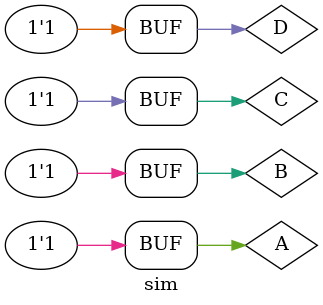
<source format=v>
`timescale 1ns / 1ps


module sim(
    );
    reg D,C,B,A; 
    wire F;
    k_map_1 U1(D,C,B,A,F);
    initial
    begin
        D = 1'b0;
        C = 1'b0;
        B = 1'b0;
        A = 1'b0;
        #100
        D = 1'b0;
        C = 1'b0;
        B = 1'b0;
        A = 1'b1;
        #100
        D = 1'b0;
        C = 1'b0;
        B = 1'b1;
        A = 1'b0;
        #100
        D = 1'b0;
        C = 1'b0;
        B = 1'b1;
        A = 1'b1;
        #100
        D = 1'b0;
        C = 1'b1;
        B = 1'b0;
        A = 1'b0;
        #100
        D = 1'b0;
        C = 1'b1;
        B = 1'b0;
        A = 1'b1;
        #100
        D = 1'b0;
        C = 1'b1;
        B = 1'b1;
        A = 1'b0;
        #100
        D = 1'b0;
        C = 1'b1;
        B = 1'b1;
        A = 1'b1;
        #100
		D = 1'b1;
        C = 1'b0;
        B = 1'b0;
        A = 1'b0;
        #100
		D = 1'b1;
        C = 1'b0;
        B = 1'b0;
        A = 1'b1;
        #100
		D = 1'b1;
        C = 1'b0;
        B = 1'b1;
        A = 1'b0;
        #100
		D = 1'b1;
        C = 1'b0;
        B = 1'b1;
        A = 1'b1;
        #100
		D = 1'b1;
        C = 1'b1;
        B = 1'b0;
        A = 1'b0;
        #100
		D = 1'b1;
        C = 1'b1;
        B = 1'b0;
        A = 1'b1;
        #100
		D = 1'b1;
        C = 1'b1;
        B = 1'b1;
        A = 1'b0;
        #100
		D = 1'b1;
        C = 1'b1;
        B = 1'b1;
        A = 1'b1;
    end
endmodule

</source>
